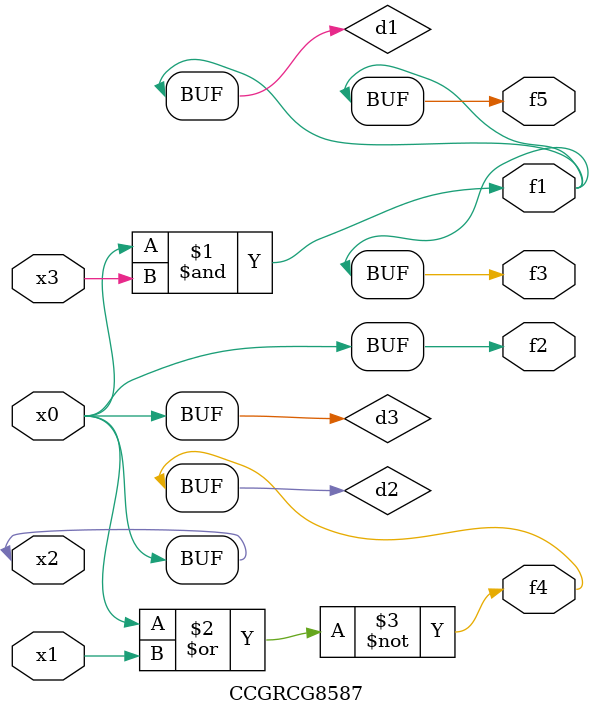
<source format=v>
module CCGRCG8587(
	input x0, x1, x2, x3,
	output f1, f2, f3, f4, f5
);

	wire d1, d2, d3;

	and (d1, x2, x3);
	nor (d2, x0, x1);
	buf (d3, x0, x2);
	assign f1 = d1;
	assign f2 = d3;
	assign f3 = d1;
	assign f4 = d2;
	assign f5 = d1;
endmodule

</source>
